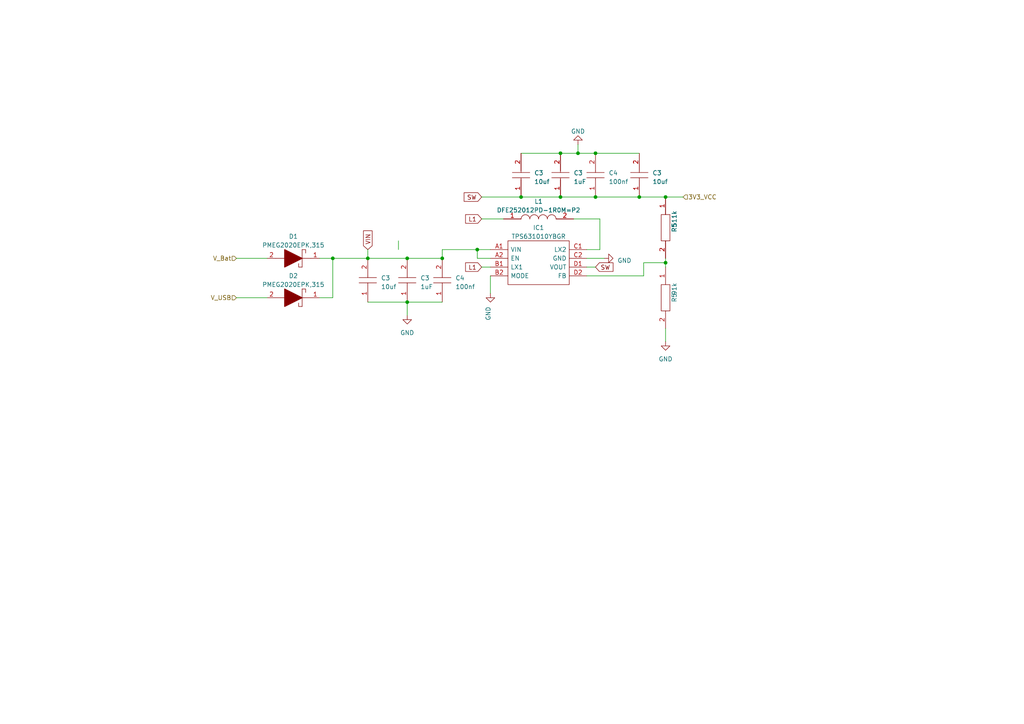
<source format=kicad_sch>
(kicad_sch (version 20230121) (generator eeschema)
  (paper "A4")
  (lib_symbols
    (symbol "SamacSys_Parts:0402B102K500NT" (pin_names (offset 0.762))
      (property "Reference" "C" (at 8.89 6.35 0))
      (property "Value" "0402B102K500NT" (at 8.89 3.81 0))
      (symbol "0402B102K500NT_0_0"
        (pin passive line (at 0 0 0) (length 5.08) (name "~") (number "1"))
        (pin passive line (at 12.7 0 180) (length 5.08) (name "~") (number "2"))
      )
      (symbol "0402B102K500NT_0_1"
        (polyline (pts (xy 5.08 0) (xy 5.588 0)) (stroke (width 0.1524)))
        (polyline (pts (xy 5.588 2.54) (xy 5.588 -2.54)) (stroke (width 0.1524)))
        (polyline (pts (xy 7.112 0) (xy 7.62 0)) (stroke (width 0.1524)))
        (polyline (pts (xy 7.112 2.54) (xy 7.112 -2.54)) (stroke (width 0.1524)))
      )
    )
    (symbol "SamacSys_Parts:DFE252012PD-1R0M=P2" (pin_names (offset 0.762))
      (property "Reference" "L" (at 16.51 6.35 0))
      (property "Value" "DFE252012PD-1R0M=P2" (at 16.51 3.81 0))
      (symbol "DFE252012PD-1R0M=P2_0_0"
        (pin passive line (at 0 0 0) (length 5.08) (name "~") (number "1"))
        (pin passive line (at 20.32 0 180) (length 5.08) (name "~") (number "2"))
      )
      (symbol "DFE252012PD-1R0M=P2_0_1"
        (arc (start 7.62 0) (mid 6.35 1.2202) (end 5.08 0) (stroke (width 0.1524)))
        (arc (start 10.16 0) (mid 8.89 1.2202) (end 7.62 0) (stroke (width 0.1524)))
        (arc (start 12.7 0) (mid 11.43 1.2202) (end 10.16 0) (stroke (width 0.1524)))
        (arc (start 15.24 0) (mid 13.97 1.2202) (end 12.7 0) (stroke (width 0.1524)))
      )
    )
    (symbol "SamacSys_Parts:PMEG2020EPK,315" (pin_names (offset 0.762))
      (property "Reference" "D" (at 12.7 8.89 0))
      (property "Value" "PMEG2020EPK,315" (at 12.7 6.35 0))
      (symbol "PMEG2020EPK,315_0_0"
        (pin passive line (at 2.54 0 0) (length 2.54) (name "~") (number "1"))
        (pin passive line (at 17.78 0 180) (length 2.54) (name "~") (number "2"))
      )
      (symbol "PMEG2020EPK,315_0_1"
        (polyline (pts (xy 5.08 0) (xy 7.62 0)) (stroke (width 0.1524)))
        (polyline (pts (xy 7.62 2.54) (xy 7.62 -2.54)) (stroke (width 0.1524)))
        (polyline (pts (xy 12.7 0) (xy 15.24 0)) (stroke (width 0.1524)))
        (polyline (pts (xy 7.62 -2.54) (xy 6.604 -2.54) (xy 6.604 -1.524)) (stroke (width 0.1524)))
        (polyline (pts (xy 7.62 2.54) (xy 8.636 2.54) (xy 8.636 1.524)) (stroke (width 0.1524)))
        (polyline (pts (xy 7.62 0) (xy 12.7 2.54) (xy 12.7 -2.54) (xy 7.62 0)) (stroke (width 0.254)) (fill (type outline)))
      )
    )
    (symbol "SamacSys_Parts:RMCF0603ZT0R00" (pin_names (offset 0.762))
      (property "Reference" "R" (at 13.97 6.35 0))
      (property "Value" "RMCF0603ZT0R00" (at 13.97 3.81 0))
      (symbol "RMCF0603ZT0R00_0_0"
        (pin passive line (at 0 0 0) (length 5.08) (name "~") (number "1"))
        (pin passive line (at 17.78 0 180) (length 5.08) (name "~") (number "2"))
      )
      (symbol "RMCF0603ZT0R00_0_1"
        (polyline (pts (xy 5.08 1.27) (xy 12.7 1.27) (xy 12.7 -1.27) (xy 5.08 -1.27) (xy 5.08 1.27)) (stroke (width 0.1524)))
      )
    )
    (symbol "SamacSys_Parts:TPS631010YBGR" (pin_names (offset 0.762))
      (property "Reference" "IC" (at 24.13 7.62 0))
      (property "Value" "TPS631010YBGR" (at 24.13 5.08 0))
      (symbol "TPS631010YBGR_0_0"
        (pin passive line (at 0 0 0) (length 5.08) (name "VIN") (number "A1"))
        (pin passive line (at 0 -2.54 0) (length 5.08) (name "EN") (number "A2"))
        (pin passive line (at 0 -5.08 0) (length 5.08) (name "LX1") (number "B1"))
        (pin passive line (at 0 -7.62 0) (length 5.08) (name "MODE") (number "B2"))
        (pin passive line (at 27.94 0 180) (length 5.08) (name "LX2") (number "C1"))
        (pin passive line (at 27.94 -2.54 180) (length 5.08) (name "GND") (number "C2"))
        (pin passive line (at 27.94 -5.08 180) (length 5.08) (name "VOUT") (number "D1"))
        (pin passive line (at 27.94 -7.62 180) (length 5.08) (name "FB") (number "D2"))
      )
      (symbol "TPS631010YBGR_0_1"
        (polyline (pts (xy 5.08 2.54) (xy 22.86 2.54) (xy 22.86 -10.16) (xy 5.08 -10.16) (xy 5.08 2.54)) (stroke (width 0.1524)))
      )
    )
    (symbol "power:GND" (power) (pin_names (offset 0))
      (property "Value" "GND" (at 0 -3.81 0))
      (symbol "GND_0_1"
        (polyline (pts (xy 0 0) (xy 0 -1.27) (xy 1.27 -1.27) (xy 0 -2.54) (xy -1.27 -1.27) (xy 0 -1.27)))
      )
      (symbol "GND_1_1"
        (pin power_in line (at 0 0 270) (length 0) hide (name "GND") (number "1"))
      )
    )
  )
  (junction (at 172.72 57.15))
  (junction (at 151.13 57.15))
  (junction (at 172.72 44.45))
  (junction (at 193.04 76.2))
  (junction (at 162.56 44.45))
  (junction (at 106.68 74.93))
  (junction (at 185.42 57.15))
  (junction (at 128.27 74.93))
  (junction (at 162.56 57.15))
  (junction (at 167.64 44.45))
  (junction (at 193.04 57.15))
  (junction (at 138.43 72.39))
  (junction (at 96.52 74.93))
  (junction (at 118.11 74.93))
  (junction (at 118.11 87.63))
  (wire (pts (xy 142.24 77.47) (xy 139.7 77.47)))
  (wire (pts (xy 96.52 86.36) (xy 92.71 86.36)))
  (wire (pts (xy 68.58 86.36) (xy 77.47 86.36)))
  (wire (pts (xy 167.64 44.45) (xy 172.72 44.45)))
  (wire (pts (xy 186.69 80.01) (xy 186.69 76.2)))
  (wire (pts (xy 173.99 63.5) (xy 173.99 72.39)))
  (wire (pts (xy 186.69 76.2) (xy 193.04 76.2)))
  (wire (pts (xy 138.43 72.39) (xy 128.27 72.39)))
  (wire (pts (xy 139.7 57.15) (xy 151.13 57.15)))
  (wire (pts (xy 151.13 57.15) (xy 162.56 57.15)))
  (wire (pts (xy 142.24 74.93) (xy 138.43 74.93)))
  (wire (pts (xy 172.72 44.45) (xy 185.42 44.45)))
  (wire (pts (xy 118.11 87.63) (xy 128.27 87.63)))
  (wire (pts (xy 193.04 74.93) (xy 193.04 76.2)))
  (wire (pts (xy 173.99 63.5) (xy 166.37 63.5)))
  (wire (pts (xy 118.11 87.63) (xy 118.11 91.44)))
  (wire (pts (xy 118.11 74.93) (xy 128.27 74.93)))
  (wire (pts (xy 170.18 77.47) (xy 172.72 77.47)))
  (wire (pts (xy 138.43 74.93) (xy 138.43 72.39)))
  (wire (pts (xy 68.58 74.93) (xy 77.47 74.93)))
  (wire (pts (xy 96.52 74.93) (xy 106.68 74.93)))
  (wire (pts (xy 162.56 44.45) (xy 167.64 44.45)))
  (wire (pts (xy 106.68 74.93) (xy 118.11 74.93)))
  (wire (pts (xy 142.24 72.39) (xy 138.43 72.39)))
  (wire (pts (xy 170.18 74.93) (xy 175.26 74.93)))
  (wire (pts (xy 193.04 76.2) (xy 193.04 77.47)))
  (wire (pts (xy 162.56 57.15) (xy 172.72 57.15)))
  (wire (pts (xy 142.24 80.01) (xy 142.24 85.09)))
  (wire (pts (xy 167.64 41.91) (xy 167.64 44.45)))
  (wire (pts (xy 185.42 57.15) (xy 193.04 57.15)))
  (wire (pts (xy 173.99 72.39) (xy 170.18 72.39)))
  (wire (pts (xy 193.04 95.25) (xy 193.04 99.06)))
  (wire (pts (xy 96.52 74.93) (xy 96.52 86.36)))
  (wire (pts (xy 92.71 74.93) (xy 96.52 74.93)))
  (wire (pts (xy 106.68 72.39) (xy 106.68 74.93)))
  (wire (pts (xy 193.04 57.15) (xy 198.12 57.15)))
  (wire (pts (xy 106.68 87.63) (xy 118.11 87.63)))
  (wire (pts (xy 139.7 63.5) (xy 146.05 63.5)))
  (wire (pts (xy 115.57 72.39) (xy 115.57 69.85)))
  (wire (pts (xy 172.72 57.15) (xy 185.42 57.15)))
  (wire (pts (xy 151.13 44.45) (xy 162.56 44.45)))
  (wire (pts (xy 170.18 80.01) (xy 186.69 80.01)))
  (wire (pts (xy 128.27 72.39) (xy 128.27 74.93)))
  (global_label "L1" (shape input) (at 139.7 77.47 180) (property "Intersheetrefs" "${INTERSHEET_REFS}" (effects hide)))
  (global_label "VIN" (shape input) (at 106.68 72.39 90) (property "Intersheetrefs" "${INTERSHEET_REFS}" (effects hide)))
  (global_label "SW" (shape input) (at 172.72 77.47 0) (property "Intersheetrefs" "${INTERSHEET_REFS}" (effects hide)))
  (global_label "L1" (shape input) (at 139.7 63.5 180) (property "Intersheetrefs" "${INTERSHEET_REFS}" (effects hide)))
  (global_label "SW" (shape input) (at 139.7 57.15 180) (property "Intersheetrefs" "${INTERSHEET_REFS}" (effects hide)))
  (hierarchical_label "V_USB" (shape input) (at 68.58 86.36 180) (property "Intersheetrefs" "${INTERSHEET_REFS}" (effects hide)))
  (hierarchical_label "3V3_VCC" (shape input) (at 198.12 57.15 0))
  (hierarchical_label "V_Bat" (shape input) (at 68.58 74.93 180) (property "Intersheetrefs" "${INTERSHEET_REFS}" (effects hide)))
  (symbol (lib_id "SamacSys_Parts:PMEG2020EPK,315") (at 95.25 86.36 180) (unit 1)
    (property "Reference" "D2" (at 85.09 80.01 0))
    (property "Value" "PMEG2020EPK,315" (at 85.09 82.55 0))
    (property "Footprint" "PMEG2020EPK315" (effects hide))
    (property "Datasheet" "https://assets.nexperia.com/documents/data-sheet/PMEG2020EPK.pdf" (effects hide))
    (property "Description" "NEXPERIA - PMEG2020EPK,315 - Schottky Rectifier, 20 V, 2 A, Single, SOD-1608, 2 Pins, 450 mV" (effects hide))
    (property "Height" "0.4" (effects hide))
    (property "Manufacturer_Name" "Nexperia" (effects hide))
    (property "Manufacturer_Part_Number" "PMEG2020EPK,315" (effects hide))
    (property "Mouser Part Number" "771-PMEG2020EPK,315" (effects hide))
    (property "Mouser Price/Stock" "https://www.mouser.co.uk/ProductDetail/Nexperia/PMEG2020EPK315?qs=zHGtguZFFhKxs4HM5hK1uw%3D%3D" (effects hide))
    (property "Arrow Part Number" "PMEG2020EPK,315" (effects hide))
    (property "Arrow Price/Stock" "https://www.arrow.com/en/products/pmeg2020epk315/nexperia?region=nac" (effects hide))
    (property "Digi-Key_PN" "771-PMEG2020EPK,315" (effects hide))
    (property "LCSC Part Number" "C552841" (effects hide))
    (property "MPN" "C552841" (effects hide))
  )
  (symbol (lib_id "power:GND") (at 193.04 99.06 0) (unit 1)
    (property "Reference" "#PWR017" (effects hide))
    (property "Value" "GND" (at 193.04 104.14 0))
  )
  (symbol (lib_id "SamacSys_Parts:0402B102K500NT") (at 128.27 87.63 90) (unit 1)
    (property "Reference" "C4" (at 132.08 80.645 90) (effects (justify right)))
    (property "Value" "100nf" (at 132.08 83.185 90) (effects (justify right)))
    (property "Footprint" "Capacitor_SMD:C_0603_1608Metric_Pad1.08x0.95mm_HandSolder" (effects hide))
    (property "Height" "0.55" (effects hide))
    (property "LCSC Part Number" "C14663" (effects hide))
    (property "MPN" "C14663" (effects hide))
    (instances (project "Dot-LED" (path "" (reference "C4") (unit 1)) (path "" (reference "C18") (unit 1))))
  )
  (symbol (lib_id "SamacSys_Parts:0402B102K500NT") (at 151.13 57.15 90) (unit 1)
    (property "Reference" "C3" (at 154.94 50.165 90) (effects (justify right)))
    (property "Value" "10uf" (at 154.94 52.705 90) (effects (justify right)))
    (property "Footprint" "Capacitor_SMD:C_0603_1608Metric_Pad1.08x0.95mm_HandSolder" (effects hide))
    (property "Height" "0.55" (effects hide))
    (property "Mouser Part Number" "1276-1102-1-ND" (effects hide))
    (property "Digi-Key_PN" "1276-1102-1-ND" (effects hide))
    (property "LCSC Part Number" "C96446" (effects hide))
    (property "MPN" "C96446" (effects hide))
    (instances (project "Dot-LED" (path "" (reference "C3") (unit 1)) (path "" (reference "C14") (unit 1))))
  )
  (symbol (lib_id "power:GND") (at 175.26 74.93 90) (unit 1)
    (property "Reference" "#PWR014" (effects hide))
    (property "Value" "GND" (at 179.07 75.565 90) (effects (justify right)))
  )
  (symbol (lib_id "SamacSys_Parts:RMCF0603ZT0R00") (at 193.04 77.47 270) (unit 1)
    (property "Reference" "R5" (at 195.58 86.36 0))
    (property "Value" "91k" (at 195.58 83.82 0))
    (property "Footprint" "RESC1608X55N" (effects hide))
    (property "Description" "RES, 0603, Jumper" (effects hide))
    (property "Height" "0.55" (effects hide))
    (property "Arrow Part Number" "RMCF0603ZT0R00" (effects hide))
    (property "Arrow Price/Stock" "https://www.arrow.com/en/products/rmcf0603zt0r00/stackpole-electronics?region=nac" (effects hide))
    (property "LCSC Part Number" "C101235" (effects hide))
    (property "MPN" "C101235" (effects hide))
    (instances (project "Dot-LED" (path "" (reference "R5") (unit 1)) (path "" (reference "R7") (unit 1))))
  )
  (symbol (lib_id "SamacSys_Parts:TPS631010YBGR") (at 142.24 72.39 0) (unit 1)
    (property "Reference" "IC1" (at 156.21 66.04 0))
    (property "Value" "TPS631010YBGR" (at 156.21 68.58 0))
    (property "Footprint" "BGA8C40P2X4_86X176X50" (effects hide))
    (property "Datasheet" "https://www.ti.com/lit/ds/symlink/tps631010.pdf?ts=1686578827580&ref_url=https%253A%252F%252Fwww.ti.com%252Fproduct%252FTPS631010%252Fpart-details%252FTPS631010YBGR" (effects hide))
    (property "Description" "Texas Instruments" (effects hide))
    (property "Height" "0.5" (effects hide))
    (property "Manufacturer_Name" "Texas Instruments" (effects hide))
    (property "Manufacturer_Part_Number" "TPS631010YBGR" (effects hide))
    (property "Mouser Part Number" "595-TPS631010YBGR" (effects hide))
    (property "Mouser Price/Stock" "https://www.mouser.co.uk/ProductDetail/Texas-Instruments/TPS631010YBGR?qs=rQFj71Wb1eUnypyc1JLtRA%3D%3D" (effects hide))
    (property "Arrow Part Number" "TPS631010YBGR" (effects hide))
    (property "Arrow Price/Stock" "https://www.arrow.com/en/products/tps631010ybgr/texas-instruments?region=nac" (effects hide))
    (property "LCSC Part Number" "C6719123" (effects hide))
    (property "MPN" "C6719123" (effects hide))
  )
  (symbol (lib_id "SamacSys_Parts:0402B102K500NT") (at 118.11 87.63 90) (unit 1)
    (property "Reference" "C3" (at 121.92 80.645 90) (effects (justify right)))
    (property "Value" "1uF" (at 121.92 83.185 90) (effects (justify right)))
    (property "Footprint" "Capacitor_SMD:C_0603_1608Metric_Pad1.08x0.95mm_HandSolder" (effects hide))
    (property "Datasheet" "https://mm.digikey.com/Volume0/opasdata/d220001/medias/docus/609/CL10A105KA8NNNC_Spec.pdf" (effects hide))
    (property "Description" "CAP CER 1UF 25V X5R 0603" (effects hide))
    (property "Height" "0.55" (effects hide))
    (property "Manufacturer_Name" "YAGEO" (effects hide))
    (property "Manufacturer_Part_Number" "CL10A105KA8NNNC" (effects hide))
    (property "Mouser Part Number" "1276-1102-1-ND" (effects hide))
    (property "Digi-Key_PN" "1276-1102-1-ND" (effects hide))
    (property "LCSC Part Number" "C15849" (effects hide))
    (property "MPN" "C15849" (effects hide))
    (instances (project "Dot-LED" (path "" (reference "C3") (unit 1)) (path "" (reference "C17") (unit 1))))
  )
  (symbol (lib_id "power:GND") (at 167.64 41.91 180) (unit 1)
    (property "Reference" "#PWR015" (effects hide))
    (property "Value" "GND" (at 167.64 38.1 0))
  )
  (symbol (lib_id "SamacSys_Parts:0402B102K500NT") (at 106.68 87.63 90) (unit 1)
    (property "Reference" "C3" (at 110.49 80.645 90) (effects (justify right)))
    (property "Value" "10uf" (at 110.49 83.185 90) (effects (justify right)))
    (property "Footprint" "Capacitor_SMD:C_0603_1608Metric_Pad1.08x0.95mm_HandSolder" (effects hide))
    (property "Height" "0.55" (effects hide))
    (property "Mouser Part Number" "1276-1102-1-ND" (effects hide))
    (property "Digi-Key_PN" "1276-1102-1-ND" (effects hide))
    (property "LCSC Part Number" "C96446" (effects hide))
    (property "MPN" "C96446" (effects hide))
    (instances (project "Dot-LED" (path "" (reference "C3") (unit 1)) (path "" (reference "C16") (unit 1))))
  )
  (symbol (lib_id "SamacSys_Parts:0402B102K500NT") (at 172.72 57.15 90) (unit 1)
    (property "Reference" "C4" (at 176.53 50.165 90) (effects (justify right)))
    (property "Value" "100nf" (at 176.53 52.705 90) (effects (justify right)))
    (property "Footprint" "Capacitor_SMD:C_0603_1608Metric_Pad1.08x0.95mm_HandSolder" (effects hide))
    (property "Height" "0.55" (effects hide))
    (property "LCSC Part Number" "C14663" (effects hide))
    (property "MPN" "C14663" (effects hide))
    (instances (project "Dot-LED" (path "" (reference "C4") (unit 1)) (path "" (reference "C13") (unit 1))))
  )
  (symbol (lib_id "SamacSys_Parts:0402B102K500NT") (at 162.56 57.15 90) (unit 1)
    (property "Reference" "C3" (at 166.37 50.165 90) (effects (justify right)))
    (property "Value" "1uF" (at 166.37 52.705 90) (effects (justify right)))
    (property "Footprint" "Capacitor_SMD:C_0603_1608Metric_Pad1.08x0.95mm_HandSolder" (effects hide))
    (property "Datasheet" "https://mm.digikey.com/Volume0/opasdata/d220001/medias/docus/609/CL10A105KA8NNNC_Spec.pdf" (effects hide))
    (property "Description" "CAP CER 1UF 25V X5R 0603" (effects hide))
    (property "Height" "0.55" (effects hide))
    (property "Manufacturer_Name" "YAGEO" (effects hide))
    (property "Manufacturer_Part_Number" "CL10A105KA8NNNC" (effects hide))
    (property "Mouser Part Number" "1276-1102-1-ND" (effects hide))
    (property "Digi-Key_PN" "1276-1102-1-ND" (effects hide))
    (property "LCSC Part Number" "C15849" (effects hide))
    (property "MPN" "C15849" (effects hide))
    (instances (project "Dot-LED" (path "" (reference "C3") (unit 1)) (path "" (reference "C12") (unit 1))))
  )
  (symbol (lib_id "SamacSys_Parts:DFE252012PD-1R0M=P2") (at 146.05 63.5 0) (unit 1)
    (property "Reference" "L1" (at 156.21 58.42 0))
    (property "Value" "DFE252012PD-1R0M=P2" (at 156.21 60.96 0))
    (property "Footprint" "DFE2HCAH1R0MJ0L" (effects hide))
    (property "Datasheet" "https://psearch.en.murata.com/inductor/product/DFE252012PD-1R0M%23.html" (effects hide))
    (property "Description" "DFE252012P_D Series Inductor 1.0uH +/-20% 1008 (2520)" (effects hide))
    (property "Height" "1.2" (effects hide))
    (property "Manufacturer_Name" "Murata Electronics" (effects hide))
    (property "Manufacturer_Part_Number" "DFE252012PD-1R0M=P2" (effects hide))
    (property "Mouser Part Number" "81-DFE252012PD1R0MP2" (effects hide))
    (property "Mouser Price/Stock" "https://www.mouser.co.uk/ProductDetail/Murata-Electronics/DFE252012PD-1R0M%3dP2?qs=AQlKX63v8RvGsSiwzbLNIA%3D%3D" (effects hide))
    (property "Arrow Part Number" "DFE252012PD-1R0M=P2" (effects hide))
    (property "Arrow Price/Stock" "https://www.arrow.com/en/products/dfe252012pd-1r0mp2/murata-manufacturing?region=nac" (effects hide))
    (property "Digi-Key_PN" "81-DFE252012PD1R0MP2" (effects hide))
    (property "LCSC Part Number" "C285917" (effects hide))
    (property "MPN" "C285917" (effects hide))
  )
  (symbol (lib_id "power:GND") (at 118.11 91.44 0) (unit 1)
    (property "Reference" "#PWR016" (effects hide))
    (property "Value" "GND" (at 118.11 96.52 0))
  )
  (symbol (lib_id "power:GND") (at 142.24 85.09 0) (unit 1)
    (property "Reference" "#PWR01" (effects hide))
    (property "Value" "GND" (at 141.605 88.9 90) (effects (justify right)))
  )
  (symbol (lib_id "SamacSys_Parts:RMCF0603ZT0R00") (at 193.04 57.15 270) (unit 1)
    (property "Reference" "R5" (at 195.58 66.04 0))
    (property "Value" "511k" (at 195.58 63.5 0))
    (property "Footprint" "RESC1608X55N" (effects hide))
    (property "Description" "RES, 0603, Jumper" (effects hide))
    (property "Height" "0.55" (effects hide))
    (property "Arrow Part Number" "RMCF0603ZT0R00" (effects hide))
    (property "Arrow Price/Stock" "https://www.arrow.com/en/products/rmcf0603zt0r00/stackpole-electronics?region=nac" (effects hide))
    (property "LCSC Part Number" "C3016414" (effects hide))
    (property "MPN" "C3016414" (effects hide))
    (instances (project "Dot-LED" (path "" (reference "R5") (unit 1)) (path "" (reference "R6") (unit 1))))
  )
  (symbol (lib_id "SamacSys_Parts:PMEG2020EPK,315") (at 95.25 74.93 180) (unit 1)
    (property "Reference" "D1" (at 85.09 68.58 0))
    (property "Value" "PMEG2020EPK,315" (at 85.09 71.12 0))
    (property "Footprint" "PMEG2020EPK315" (effects hide))
    (property "Datasheet" "https://assets.nexperia.com/documents/data-sheet/PMEG2020EPK.pdf" (effects hide))
    (property "Description" "NEXPERIA - PMEG2020EPK,315 - Schottky Rectifier, 20 V, 2 A, Single, SOD-1608, 2 Pins, 450 mV" (effects hide))
    (property "Height" "0.4" (effects hide))
    (property "Manufacturer_Name" "Nexperia" (effects hide))
    (property "Manufacturer_Part_Number" "PMEG2020EPK,315" (effects hide))
    (property "Mouser Part Number" "771-PMEG2020EPK,315" (effects hide))
    (property "Mouser Price/Stock" "https://www.mouser.co.uk/ProductDetail/Nexperia/PMEG2020EPK315?qs=zHGtguZFFhKxs4HM5hK1uw%3D%3D" (effects hide))
    (property "Arrow Part Number" "PMEG2020EPK,315" (effects hide))
    (property "Arrow Price/Stock" "https://www.arrow.com/en/products/pmeg2020epk315/nexperia?region=nac" (effects hide))
    (property "Digi-Key_PN" "771-PMEG2020EPK,315" (effects hide))
    (property "LCSC Part Number" "C552841" (effects hide))
    (property "MPN" "C552841" (effects hide))
  )
  (symbol (lib_id "SamacSys_Parts:0402B102K500NT") (at 185.42 57.15 90) (unit 1)
    (property "Reference" "C3" (at 189.23 50.165 90) (effects (justify right)))
    (property "Value" "10uf" (at 189.23 52.705 90) (effects (justify right)))
    (property "Footprint" "Capacitor_SMD:C_0603_1608Metric_Pad1.08x0.95mm_HandSolder" (effects hide))
    (property "Height" "0.55" (effects hide))
    (property "Mouser Part Number" "1276-1102-1-ND" (effects hide))
    (property "Digi-Key_PN" "1276-1102-1-ND" (effects hide))
    (property "LCSC Part Number" "C96446" (effects hide))
    (property "MPN" "C96446" (effects hide))
    (instances (project "Dot-LED" (path "" (reference "C3") (unit 1)) (path "" (reference "C15") (unit 1))))
  )
)
</source>
